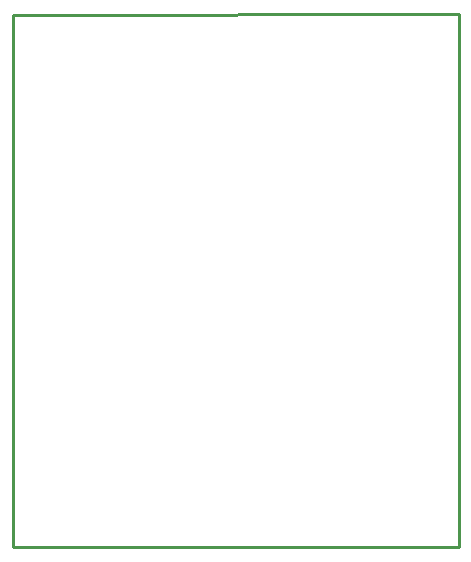
<source format=gbr>
G04 EAGLE Gerber RS-274X export*
G75*
%MOMM*%
%FSLAX34Y34*%
%LPD*%
%IN*%
%IPPOS*%
%AMOC8*
5,1,8,0,0,1.08239X$1,22.5*%
G01*
%ADD10C,0.254000*%


D10*
X0Y522986D02*
X377700Y523240D01*
X377700Y973990D01*
X0Y973736D01*
X0Y522986D01*
M02*

</source>
